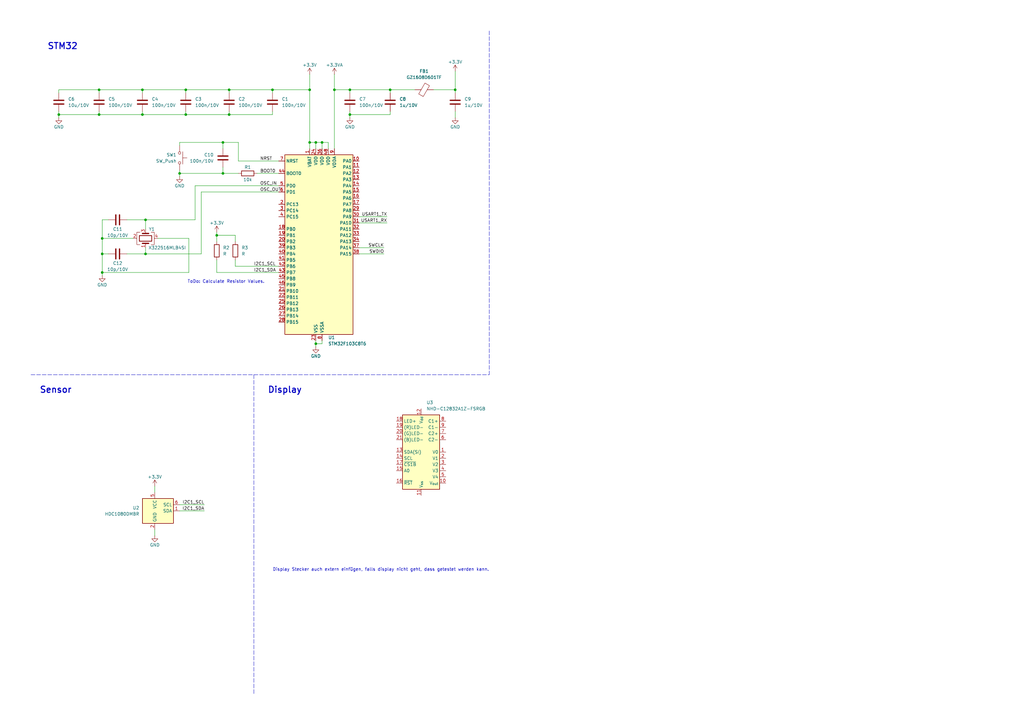
<source format=kicad_sch>
(kicad_sch (version 20231120) (generator "eeschema") (generator_version "8.0")
  (paper "A3")
  (lib_symbols
    (symbol "Device:C" (pin_numbers hide) (pin_names (offset 0.254))
      (property "Reference" "C" (at 0.635 2.54 0))
      (property "Value" "C" (at 0.635 -2.54 0))
      (symbol "C_0_1"
        (polyline (pts (xy -2.032 -0.762) (xy 2.032 -0.762)) (stroke (width 0.508)))
        (polyline (pts (xy -2.032 0.762) (xy 2.032 0.762)) (stroke (width 0.508)))
      )
      (symbol "C_1_1"
        (pin passive line (at 0 3.81 270) (length 2.794) (name "~") (number "1"))
        (pin passive line (at 0 -3.81 90) (length 2.794) (name "~") (number "2"))
      )
    )
    (symbol "Device:Crystal_GND24" (pin_names (offset 1.016) hide)
      (property "Reference" "Y" (at 3.175 5.08 0))
      (property "Value" "Crystal_GND24" (at 3.175 3.175 0))
      (symbol "Crystal_GND24_0_1"
        (rectangle (start -1.143 2.54) (end 1.143 -2.54) (stroke (width 0.3048)))
        (polyline (pts (xy -2.54 0) (xy -2.032 0)))
        (polyline (pts (xy -2.032 -1.27) (xy -2.032 1.27)) (stroke (width 0.508)))
        (polyline (pts (xy 0 -3.81) (xy 0 -3.556)))
        (polyline (pts (xy 0 3.556) (xy 0 3.81)))
        (polyline (pts (xy 2.032 -1.27) (xy 2.032 1.27)) (stroke (width 0.508)))
        (polyline (pts (xy 2.032 0) (xy 2.54 0)))
        (polyline (pts (xy -2.54 -2.286) (xy -2.54 -3.556) (xy 2.54 -3.556) (xy 2.54 -2.286)))
        (polyline (pts (xy -2.54 2.286) (xy -2.54 3.556) (xy 2.54 3.556) (xy 2.54 2.286)))
      )
      (symbol "Crystal_GND24_1_1"
        (pin passive line (at -3.81 0 0) (length 1.27) (name "1") (number "1"))
        (pin passive line (at 0 5.08 270) (length 1.27) (name "2") (number "2"))
        (pin passive line (at 3.81 0 180) (length 1.27) (name "3") (number "3"))
        (pin passive line (at 0 -5.08 90) (length 1.27) (name "4") (number "4"))
      )
    )
    (symbol "Device:FerriteBead" (pin_numbers hide) (pin_names (offset 0))
      (property "Reference" "FB" (at -3.81 0.635 90))
      (property "Value" "FerriteBead" (at 3.81 0 90))
      (symbol "FerriteBead_0_1"
        (polyline (pts (xy 0 -1.27) (xy 0 -1.2192)))
        (polyline (pts (xy 0 1.27) (xy 0 1.2954)))
        (polyline (pts (xy -2.7686 0.4064) (xy -1.7018 2.2606) (xy 2.7686 -0.3048) (xy 1.6764 -2.159) (xy -2.7686 0.4064)))
      )
      (symbol "FerriteBead_1_1"
        (pin passive line (at 0 3.81 270) (length 2.54) (name "~") (number "1"))
        (pin passive line (at 0 -3.81 90) (length 2.54) (name "~") (number "2"))
      )
    )
    (symbol "Device:R" (pin_numbers hide) (pin_names (offset 0))
      (property "Reference" "R" (at 2.032 0 90))
      (property "Value" "R" (at 0 0 90))
      (symbol "R_0_1"
        (rectangle (start -1.016 -2.54) (end 1.016 2.54) (stroke (width 0.254)))
      )
      (symbol "R_1_1"
        (pin passive line (at 0 3.81 270) (length 1.27) (name "~") (number "1"))
        (pin passive line (at 0 -3.81 90) (length 1.27) (name "~") (number "2"))
      )
    )
    (symbol "Display_Graphic:NHD-C12832A1Z-FSRGB"
      (property "Reference" "U" (at -7.62 15.875 0))
      (property "Value" "NHD-C12832A1Z-FSRGB" (at 2.54 -16.51 0))
      (symbol "NHD-C12832A1Z-FSRGB_0_1"
        (rectangle (start -7.62 15.24) (end 7.62 -15.24) (stroke (width 0.254)) (fill (type background)))
      )
      (symbol "NHD-C12832A1Z-FSRGB_1_1"
        (pin passive line (at 10.16 0 180) (length 2.54) (name "V0") (number "1"))
        (pin passive line (at 10.16 -12.7 180) (length 2.54) (name "V_{out}") (number "10"))
        (pin power_in line (at 0 -17.78 90) (length 2.54) (name "V_{ss}") (number "11"))
        (pin power_in line (at 0 17.78 270) (length 2.54) (name "V_{dd}") (number "12"))
        (pin input line (at -10.16 0 0) (length 2.54) (name "SDA(SI)") (number "13"))
        (pin input line (at -10.16 -2.54 0) (length 2.54) (name "SCL") (number "14"))
        (pin input line (at -10.16 -7.62 0) (length 2.54) (name "A0") (number "15"))
        (pin input line (at -10.16 -12.7 0) (length 2.54) (name "~{RST}") (number "16"))
        (pin input line (at -10.16 -5.08 0) (length 2.54) (name "~{CS1B}") (number "17"))
        (pin passive line (at -10.16 12.7 0) (length 2.54) (name "LED+") (number "18"))
        (pin passive line (at -10.16 10.16 0) (length 2.54) (name "(R)LED-") (number "19"))
        (pin passive line (at 10.16 -2.54 180) (length 2.54) (name "V1") (number "2"))
        (pin passive line (at -10.16 7.62 0) (length 2.54) (name "(G)LED-") (number "20"))
        (pin passive line (at -10.16 5.08 0) (length 2.54) (name "(B)LED-") (number "21"))
        (pin passive line (at 10.16 -5.08 180) (length 2.54) (name "V2") (number "3"))
        (pin passive line (at 10.16 -7.62 180) (length 2.54) (name "V3") (number "4"))
        (pin passive line (at 10.16 -10.16 180) (length 2.54) (name "V4") (number "5"))
        (pin passive line (at 10.16 5.08 180) (length 2.54) (name "C2-") (number "6"))
        (pin passive line (at 10.16 7.62 180) (length 2.54) (name "C2+") (number "7"))
        (pin passive line (at 10.16 12.7 180) (length 2.54) (name "C1+") (number "8"))
        (pin passive line (at 10.16 10.16 180) (length 2.54) (name "C1-") (number "9"))
      )
    )
    (symbol "MCU_ST_STM32F1:STM32F103C8Tx"
      (property "Reference" "U" (at -12.7 39.37 0))
      (property "Value" "STM32F103C8Tx" (at 10.16 39.37 0))
      (symbol "STM32F103C8Tx_0_1"
        (rectangle (start -12.7 -35.56) (end 15.24 38.1) (stroke (width 0.254)) (fill (type background)))
      )
      (symbol "STM32F103C8Tx_1_1"
        (pin power_in line (at -2.54 40.64 270) (length 2.54) (name "VBAT") (number "1"))
        (pin bidirectional line (at 17.78 35.56 180) (length 2.54) (name "PA0") (number "10"))
        (pin bidirectional line (at 17.78 33.02 180) (length 2.54) (name "PA1") (number "11"))
        (pin bidirectional line (at 17.78 30.48 180) (length 2.54) (name "PA2") (number "12"))
        (pin bidirectional line (at 17.78 27.94 180) (length 2.54) (name "PA3") (number "13"))
        (pin bidirectional line (at 17.78 25.4 180) (length 2.54) (name "PA4") (number "14"))
        (pin bidirectional line (at 17.78 22.86 180) (length 2.54) (name "PA5") (number "15"))
        (pin bidirectional line (at 17.78 20.32 180) (length 2.54) (name "PA6") (number "16"))
        (pin bidirectional line (at 17.78 17.78 180) (length 2.54) (name "PA7") (number "17"))
        (pin bidirectional line (at -15.24 7.62 0) (length 2.54) (name "PB0") (number "18"))
        (pin bidirectional line (at -15.24 5.08 0) (length 2.54) (name "PB1") (number "19"))
        (pin bidirectional line (at -15.24 17.78 0) (length 2.54) (name "PC13") (number "2"))
        (pin bidirectional line (at -15.24 2.54 0) (length 2.54) (name "PB2") (number "20"))
        (pin bidirectional line (at -15.24 -17.78 0) (length 2.54) (name "PB10") (number "21"))
        (pin bidirectional line (at -15.24 -20.32 0) (length 2.54) (name "PB11") (number "22"))
        (pin power_in line (at 0 -38.1 90) (length 2.54) (name "VSS") (number "23"))
        (pin power_in line (at 0 40.64 270) (length 2.54) (name "VDD") (number "24"))
        (pin bidirectional line (at -15.24 -22.86 0) (length 2.54) (name "PB12") (number "25"))
        (pin bidirectional line (at -15.24 -25.4 0) (length 2.54) (name "PB13") (number "26"))
        (pin bidirectional line (at -15.24 -27.94 0) (length 2.54) (name "PB14") (number "27"))
        (pin bidirectional line (at -15.24 -30.48 0) (length 2.54) (name "PB15") (number "28"))
        (pin bidirectional line (at 17.78 15.24 180) (length 2.54) (name "PA8") (number "29"))
        (pin bidirectional line (at -15.24 15.24 0) (length 2.54) (name "PC14") (number "3"))
        (pin bidirectional line (at 17.78 12.7 180) (length 2.54) (name "PA9") (number "30"))
        (pin bidirectional line (at 17.78 10.16 180) (length 2.54) (name "PA10") (number "31"))
        (pin bidirectional line (at 17.78 7.62 180) (length 2.54) (name "PA11") (number "32"))
        (pin bidirectional line (at 17.78 5.08 180) (length 2.54) (name "PA12") (number "33"))
        (pin bidirectional line (at 17.78 2.54 180) (length 2.54) (name "PA13") (number "34"))
        (pin passive line (at 0 -38.1 90) (length 2.54) hide (name "VSS") (number "35"))
        (pin power_in line (at 2.54 40.64 270) (length 2.54) (name "VDD") (number "36"))
        (pin bidirectional line (at 17.78 0 180) (length 2.54) (name "PA14") (number "37"))
        (pin bidirectional line (at 17.78 -2.54 180) (length 2.54) (name "PA15") (number "38"))
        (pin bidirectional line (at -15.24 0 0) (length 2.54) (name "PB3") (number "39"))
        (pin bidirectional line (at -15.24 12.7 0) (length 2.54) (name "PC15") (number "4"))
        (pin bidirectional line (at -15.24 -2.54 0) (length 2.54) (name "PB4") (number "40"))
        (pin bidirectional line (at -15.24 -5.08 0) (length 2.54) (name "PB5") (number "41"))
        (pin bidirectional line (at -15.24 -7.62 0) (length 2.54) (name "PB6") (number "42"))
        (pin bidirectional line (at -15.24 -10.16 0) (length 2.54) (name "PB7") (number "43"))
        (pin input line (at -15.24 30.48 0) (length 2.54) (name "BOOT0") (number "44"))
        (pin bidirectional line (at -15.24 -12.7 0) (length 2.54) (name "PB8") (number "45"))
        (pin bidirectional line (at -15.24 -15.24 0) (length 2.54) (name "PB9") (number "46"))
        (pin passive line (at 0 -38.1 90) (length 2.54) hide (name "VSS") (number "47"))
        (pin power_in line (at 5.08 40.64 270) (length 2.54) (name "VDD") (number "48"))
        (pin bidirectional line (at -15.24 25.4 0) (length 2.54) (name "PD0") (number "5"))
        (pin bidirectional line (at -15.24 22.86 0) (length 2.54) (name "PD1") (number "6"))
        (pin input line (at -15.24 35.56 0) (length 2.54) (name "NRST") (number "7"))
        (pin power_in line (at 2.54 -38.1 90) (length 2.54) (name "VSSA") (number "8"))
        (pin power_in line (at 7.62 40.64 270) (length 2.54) (name "VDDA") (number "9"))
      )
    )
    (symbol "Sensor_Humidity:HDC1080"
      (property "Reference" "U" (at -6.35 6.35 0))
      (property "Value" "HDC1080" (at 3.81 6.35 0))
      (symbol "HDC1080_0_1"
        (rectangle (start -7.62 5.08) (end 5.08 -5.08) (stroke (width 0.254)) (fill (type background)))
      )
      (symbol "HDC1080_1_1"
        (pin bidirectional line (at 7.62 0 180) (length 2.54) (name "SDA") (number "1"))
        (pin power_in line (at -2.54 -7.62 90) (length 2.54) (name "GND") (number "2"))
        (pin no_connect line (at -7.62 0 0) (length 2.54) hide (name "NC") (number "3"))
        (pin no_connect line (at -7.62 -2.54 0) (length 2.54) hide (name "NC") (number "4"))
        (pin power_in line (at -2.54 7.62 270) (length 2.54) (name "VCC") (number "5"))
        (pin input line (at 7.62 2.54 180) (length 2.54) (name "SCL") (number "6"))
        (pin no_connect line (at -7.62 2.54 0) (length 2.54) hide (name "DAP") (number "7"))
      )
    )
    (symbol "Switch:SW_Push" (pin_numbers hide) (pin_names (offset 1.016) hide)
      (property "Reference" "SW" (at 1.27 2.54 0))
      (property "Value" "SW_Push" (at 0 -1.524 0))
      (symbol "SW_Push_0_1"
        (circle (center -2.032 0) (radius 0.508))
        (polyline (pts (xy 0 1.27) (xy 0 3.048)))
        (polyline (pts (xy 2.54 1.27) (xy -2.54 1.27)))
        (circle (center 2.032 0) (radius 0.508))
        (pin passive line (at -5.08 0 0) (length 2.54) (name "1") (number "1"))
        (pin passive line (at 5.08 0 180) (length 2.54) (name "2") (number "2"))
      )
    )
    (symbol "power:+3.3V" (power) (pin_numbers hide) (pin_names (offset 0) hide)
      (property "Value" "+3.3V" (at 0 3.556 0))
      (symbol "+3.3V_0_1"
        (polyline (pts (xy -0.762 1.27) (xy 0 2.54)))
        (polyline (pts (xy 0 0) (xy 0 2.54)))
        (polyline (pts (xy 0 2.54) (xy 0.762 1.27)))
      )
      (symbol "+3.3V_1_1"
        (pin power_in line (at 0 0 90) (length 0) (name "~") (number "1"))
      )
    )
    (symbol "power:+3.3VA" (power) (pin_numbers hide) (pin_names (offset 0) hide)
      (property "Value" "+3.3VA" (at 0 3.556 0))
      (symbol "+3.3VA_0_1"
        (polyline (pts (xy -0.762 1.27) (xy 0 2.54)))
        (polyline (pts (xy 0 0) (xy 0 2.54)))
        (polyline (pts (xy 0 2.54) (xy 0.762 1.27)))
      )
      (symbol "+3.3VA_1_1"
        (pin power_in line (at 0 0 90) (length 0) (name "~") (number "1"))
      )
    )
    (symbol "power:GND" (power) (pin_numbers hide) (pin_names (offset 0) hide)
      (property "Value" "GND" (at 0 -3.81 0))
      (symbol "GND_0_1"
        (polyline (pts (xy 0 0) (xy 0 -1.27) (xy 1.27 -1.27) (xy 0 -2.54) (xy -1.27 -1.27) (xy 0 -1.27)))
      )
      (symbol "GND_1_1"
        (pin power_in line (at 0 0 270) (length 0) (name "~") (number "1"))
      )
    )
  )
  (junction (at 41.91 111.76))
  (junction (at 59.69 90.17))
  (junction (at 186.69 36.83))
  (junction (at 111.76 36.83))
  (junction (at 58.42 36.83))
  (junction (at 160.02 36.83))
  (junction (at 93.98 36.83))
  (junction (at 41.91 97.79))
  (junction (at 76.2 36.83))
  (junction (at 137.16 36.83))
  (junction (at 132.08 58.42))
  (junction (at 40.64 46.99))
  (junction (at 76.2 46.99))
  (junction (at 127 58.42))
  (junction (at 129.54 58.42))
  (junction (at 143.51 46.99))
  (junction (at 129.54 140.97))
  (junction (at 143.51 36.83))
  (junction (at 40.64 36.83))
  (junction (at 73.66 71.12))
  (junction (at 24.13 46.99))
  (junction (at 91.44 71.12))
  (junction (at 59.69 104.14))
  (junction (at 91.44 58.42))
  (junction (at 127 36.83))
  (junction (at 41.91 104.14))
  (junction (at 88.9 96.52))
  (junction (at 58.42 46.99))
  (junction (at 93.98 46.99))
  (wire (pts (xy 91.44 71.12) (xy 91.44 68.58)))
  (wire (pts (xy 44.45 90.17) (xy 41.91 90.17)))
  (polyline (pts (xy 12.7 153.67) (xy 200.66 153.67)) (stroke (width 0) (type dash)))
  (wire (pts (xy 76.2 36.83) (xy 76.2 38.1)))
  (wire (pts (xy 82.55 104.14) (xy 82.55 78.74)))
  (wire (pts (xy 88.9 111.76) (xy 114.3 111.76)))
  (wire (pts (xy 96.52 106.68) (xy 96.52 109.22)))
  (wire (pts (xy 73.66 207.01) (xy 83.82 207.01)))
  (wire (pts (xy 73.66 58.42) (xy 91.44 58.42)))
  (wire (pts (xy 52.07 90.17) (xy 59.69 90.17)))
  (wire (pts (xy 76.2 36.83) (xy 93.98 36.83)))
  (wire (pts (xy 97.79 66.04) (xy 114.3 66.04)))
  (wire (pts (xy 137.16 36.83) (xy 137.16 60.96)))
  (wire (pts (xy 137.16 30.48) (xy 137.16 36.83)))
  (wire (pts (xy 88.9 95.25) (xy 88.9 96.52)))
  (wire (pts (xy 58.42 46.99) (xy 76.2 46.99)))
  (wire (pts (xy 73.66 58.42) (xy 73.66 59.69)))
  (wire (pts (xy 147.32 91.44) (xy 158.75 91.44)))
  (wire (pts (xy 58.42 36.83) (xy 58.42 38.1)))
  (wire (pts (xy 105.41 71.12) (xy 114.3 71.12)))
  (wire (pts (xy 73.66 71.12) (xy 91.44 71.12)))
  (wire (pts (xy 88.9 96.52) (xy 96.52 96.52)))
  (wire (pts (xy 40.64 36.83) (xy 58.42 36.83)))
  (wire (pts (xy 160.02 46.99) (xy 160.02 45.72)))
  (wire (pts (xy 96.52 109.22) (xy 114.3 109.22)))
  (wire (pts (xy 127 58.42) (xy 127 60.96)))
  (wire (pts (xy 93.98 36.83) (xy 111.76 36.83)))
  (wire (pts (xy 24.13 45.72) (xy 24.13 46.99)))
  (wire (pts (xy 127 58.42) (xy 129.54 58.42)))
  (wire (pts (xy 63.5 199.39) (xy 63.5 201.93)))
  (wire (pts (xy 80.01 76.2) (xy 114.3 76.2)))
  (wire (pts (xy 88.9 106.68) (xy 88.9 111.76)))
  (wire (pts (xy 41.91 90.17) (xy 41.91 97.79)))
  (wire (pts (xy 129.54 58.42) (xy 129.54 60.96)))
  (wire (pts (xy 111.76 46.99) (xy 111.76 45.72)))
  (wire (pts (xy 96.52 96.52) (xy 96.52 99.06)))
  (wire (pts (xy 129.54 58.42) (xy 132.08 58.42)))
  (wire (pts (xy 41.91 111.76) (xy 77.47 111.76)))
  (wire (pts (xy 24.13 46.99) (xy 24.13 48.26)))
  (wire (pts (xy 147.32 101.6) (xy 157.48 101.6)))
  (wire (pts (xy 143.51 36.83) (xy 160.02 36.83)))
  (wire (pts (xy 97.79 58.42) (xy 97.79 66.04)))
  (polyline (pts (xy 104.14 284.48) (xy 104.14 217.17)) (stroke (width 0) (type dash)))
  (wire (pts (xy 41.91 111.76) (xy 41.91 113.03)))
  (wire (pts (xy 93.98 46.99) (xy 111.76 46.99)))
  (wire (pts (xy 44.45 104.14) (xy 41.91 104.14)))
  (wire (pts (xy 143.51 46.99) (xy 160.02 46.99)))
  (wire (pts (xy 41.91 97.79) (xy 54.61 97.79)))
  (wire (pts (xy 186.69 29.21) (xy 186.69 36.83)))
  (wire (pts (xy 24.13 38.1) (xy 24.13 36.83)))
  (wire (pts (xy 111.76 36.83) (xy 127 36.83)))
  (wire (pts (xy 40.64 46.99) (xy 58.42 46.99)))
  (wire (pts (xy 91.44 58.42) (xy 91.44 60.96)))
  (wire (pts (xy 59.69 104.14) (xy 52.07 104.14)))
  (wire (pts (xy 24.13 36.83) (xy 40.64 36.83)))
  (wire (pts (xy 93.98 36.83) (xy 93.98 38.1)))
  (wire (pts (xy 143.51 36.83) (xy 137.16 36.83)))
  (wire (pts (xy 77.47 111.76) (xy 77.47 97.79)))
  (wire (pts (xy 186.69 45.72) (xy 186.69 48.26)))
  (wire (pts (xy 129.54 140.97) (xy 132.08 140.97)))
  (wire (pts (xy 132.08 140.97) (xy 132.08 139.7)))
  (wire (pts (xy 73.66 209.55) (xy 83.82 209.55)))
  (wire (pts (xy 88.9 96.52) (xy 88.9 99.06)))
  (wire (pts (xy 76.2 46.99) (xy 93.98 46.99)))
  (wire (pts (xy 91.44 58.42) (xy 97.79 58.42)))
  (wire (pts (xy 143.51 45.72) (xy 143.51 46.99)))
  (wire (pts (xy 59.69 104.14) (xy 82.55 104.14)))
  (wire (pts (xy 24.13 46.99) (xy 40.64 46.99)))
  (wire (pts (xy 40.64 46.99) (xy 40.64 45.72)))
  (wire (pts (xy 76.2 46.99) (xy 76.2 45.72)))
  (wire (pts (xy 147.32 88.9) (xy 158.75 88.9)))
  (wire (pts (xy 73.66 71.12) (xy 73.66 72.39)))
  (wire (pts (xy 160.02 36.83) (xy 160.02 38.1)))
  (wire (pts (xy 186.69 36.83) (xy 186.69 38.1)))
  (wire (pts (xy 73.66 71.12) (xy 73.66 69.85)))
  (wire (pts (xy 58.42 36.83) (xy 76.2 36.83)))
  (wire (pts (xy 129.54 139.7) (xy 129.54 140.97)))
  (wire (pts (xy 129.54 140.97) (xy 129.54 142.24)))
  (wire (pts (xy 134.62 60.96) (xy 134.62 58.42)))
  (wire (pts (xy 111.76 36.83) (xy 111.76 38.1)))
  (wire (pts (xy 82.55 78.74) (xy 114.3 78.74)))
  (wire (pts (xy 63.5 217.17) (xy 63.5 219.71)))
  (wire (pts (xy 93.98 46.99) (xy 93.98 45.72)))
  (wire (pts (xy 77.47 97.79) (xy 64.77 97.79)))
  (wire (pts (xy 40.64 36.83) (xy 40.64 38.1)))
  (wire (pts (xy 160.02 36.83) (xy 170.18 36.83)))
  (wire (pts (xy 127 36.83) (xy 127 58.42)))
  (wire (pts (xy 59.69 90.17) (xy 59.69 93.98)))
  (wire (pts (xy 59.69 101.6) (xy 59.69 104.14)))
  (wire (pts (xy 59.69 90.17) (xy 80.01 90.17)))
  (wire (pts (xy 80.01 90.17) (xy 80.01 76.2)))
  (wire (pts (xy 134.62 58.42) (xy 132.08 58.42)))
  (wire (pts (xy 41.91 104.14) (xy 41.91 111.76)))
  (wire (pts (xy 58.42 46.99) (xy 58.42 45.72)))
  (wire (pts (xy 91.44 71.12) (xy 97.79 71.12)))
  (wire (pts (xy 132.08 58.42) (xy 132.08 60.96)))
  (wire (pts (xy 143.51 36.83) (xy 143.51 38.1)))
  (polyline (pts (xy 104.14 153.67) (xy 104.14 217.17)) (stroke (width 0) (type dash)))
  (wire (pts (xy 41.91 97.79) (xy 41.91 104.14)))
  (wire (pts (xy 127 30.48) (xy 127 36.83)))
  (wire (pts (xy 147.32 104.14) (xy 157.48 104.14)))
  (polyline (pts (xy 200.66 12.7) (xy 200.66 153.67)) (stroke (width 0) (type dash)))
  (wire (pts (xy 143.51 46.99) (xy 143.51 48.26)))
  (wire (pts (xy 186.69 36.83) (xy 177.8 36.83)))
  (text "ToDo: Calculate Resistor Values." (at 92.71 115.57 0) (effects (font (size 1.27 1.27))))
  (text "STM32 " (at 26.67 19.05 0) (effects (font (size 2.54 2.54) (thickness 0.4064) (bold yes))))
  (text "Display Stecker auch extern einfügen, falls display nicht geht, dass getestet werden kann." (at 156.21 233.68 0) (effects (font (size 1.27 1.27))))
  (text "Sensor" (at 22.86 160.02 0) (effects (font (size 2.54 2.54) (thickness 0.4064) (bold yes))))
  (text "Display" (at 116.84 160.02 0) (effects (font (size 2.54 2.54) (thickness 0.4064) (bold yes))))
  (label "OSC_IN" (at 106.68 76.2 0))
  (label "OSC_OUT" (at 106.68 78.74 0))
  (label "USART1_RX" (at 158.75 91.44 180))
  (label "I2C1_SCL" (at 104.14 109.22 0))
  (label "SWCLK" (at 157.48 101.6 180))
  (label "NRST" (at 106.68 66.04 0))
  (label "I2C1_SDA" (at 83.82 209.55 180))
  (label "I2C1_SCL" (at 83.82 207.01 180))
  (label "USART1_TX" (at 158.75 88.9 180))
  (label "SWDIO" (at 157.48 104.14 180))
  (label "BOOT0" (at 106.68 71.12 0))
  (label "I2C1_SDA" (at 104.14 111.76 0))
  (symbol (lib_id "power:GND") (at 129.54 142.24 0) (unit 1)
    (property "Reference" "#PWR01" (effects (hide yes)))
    (property "Value" "GND" (at 129.54 146.05 0))
    (property "Description" "Power symbol creates a global label with name \"GND\" , ground" (effects (hide yes)))
  )
  (symbol (lib_id "Switch:SW_Push") (at 73.66 64.77 270) (unit 1)
    (property "Reference" "SW1" (at 72.39 63.4999 90) (effects (justify right)))
    (property "Value" "SW_Push" (at 72.39 66.0399 90) (effects (justify right)))
    (property "Description" "Push button switch, generic, two pins" (effects (hide yes)))
  )
  (symbol (lib_id "Device:C") (at 40.64 41.91 0) (unit 1)
    (property "Reference" "C5" (at 44.45 40.6399 0) (effects (justify left)))
    (property "Value" "100n/10V" (at 44.45 43.1799 0) (effects (justify left)))
    (property "Description" "Unpolarized capacitor" (effects (hide yes)))
  )
  (symbol (lib_id "Device:R") (at 88.9 102.87 0) (unit 1)
    (property "Reference" "R2" (at 91.44 101.5999 0) (effects (justify left)))
    (property "Value" "R" (at 91.44 104.1399 0) (effects (justify left)))
    (property "Description" "Resistor" (effects (hide yes)))
  )
  (symbol (lib_id "Device:C") (at 143.51 41.91 0) (unit 1)
    (property "Reference" "C7" (at 147.32 40.6399 0) (effects (justify left)))
    (property "Value" "100n/10V" (at 147.32 43.1799 0) (effects (justify left)))
    (property "Description" "Unpolarized capacitor" (effects (hide yes)))
  )
  (symbol (lib_id "MCU_ST_STM32F1:STM32F103C8Tx") (at 129.54 101.6 0) (unit 1)
    (property "Reference" "U1" (at 134.62 138.43 0) (effects (justify left)))
    (property "Value" "STM32F103C8T6" (at 134.62 140.97 0) (effects (justify left)))
    (property "Footprint" "Package_QFP:LQFP-48_7x7mm_P0.5mm" (effects (hide yes)))
    (property "Datasheet" "https://www.st.com/resource/en/datasheet/stm32f103c8.pdf" (effects (hide yes)))
    (property "Description" "STMicroelectronics Arm Cortex-M3 MCU, 64KB flash, 20KB RAM, 72 MHz, 2.0-3.6V, 37 GPIO, LQFP48" (effects (hide yes)))
  )
  (symbol (lib_id "Device:C") (at 76.2 41.91 0) (unit 1)
    (property "Reference" "C3" (at 80.01 40.6399 0) (effects (justify left)))
    (property "Value" "100n/10V" (at 80.01 43.1799 0) (effects (justify left)))
    (property "Description" "Unpolarized capacitor" (effects (hide yes)))
  )
  (symbol (lib_id "power:GND") (at 186.69 48.26 0) (unit 1)
    (property "Reference" "#PWR07" (effects (hide yes)))
    (property "Value" "GND" (at 186.69 52.07 0))
    (property "Description" "Power symbol creates a global label with name \"GND\" , ground" (effects (hide yes)))
  )
  (symbol (lib_id "power:+3.3VA") (at 137.16 30.48 0) (unit 1)
    (property "Reference" "#PWR04" (effects (hide yes)))
    (property "Value" "+3.3VA" (at 137.16 26.67 0))
    (property "Description" "Power symbol creates a global label with name \"+3.3VA\"" (effects (hide yes)))
  )
  (symbol (lib_id "Display_Graphic:NHD-C12832A1Z-FSRGB") (at 172.72 185.42 0) (unit 1)
    (property "Reference" "U3" (at 174.9141 165.1 0) (effects (justify left)))
    (property "Value" "NHD-C12832A1Z-FSRGB" (at 174.9141 167.64 0) (effects (justify left)))
    (property "Footprint" "Display:HY1602E" (effects (hide yes)))
    (property "Datasheet" "https://www.newhavendisplay.com/specs/NHD-C12832A1Z-FSRGB-FBW-3V.pdf" (effects (hide yes)))
    (property "Description" "128x32 graphical LCD module with common anode RGB backlight, 1/33 duty, 3.3V" (effects (hide yes)))
  )
  (symbol (lib_id "Sensor_Humidity:HDC1080") (at 66.04 209.55 0) (unit 1)
    (property "Reference" "U2" (at 57.15 208.2799 0) (effects (justify right)))
    (property "Value" "HDC1080DMBR" (at 57.15 210.8199 0) (effects (justify right)))
    (property "Footprint" "Package_SON:Texas_PWSON-N6" (effects (hide yes)))
    (property "Datasheet" "http://www.ti.com/lit/ds/symlink/hdc1080.pdf" (effects (hide yes)))
    (property "Description" "Low Power,High Accuracy Digital Humidity Sensor with Temperature Sensor" (effects (hide yes)))
  )
  (symbol (lib_id "Device:C") (at 91.44 64.77 0) (mirror x) (unit 1)
    (property "Reference" "C10" (at 87.63 63.4999 0) (effects (justify right)))
    (property "Value" "100n/10V" (at 87.63 66.0399 0) (effects (justify right)))
    (property "Description" "Unpolarized capacitor" (effects (hide yes)))
  )
  (symbol (lib_id "Device:R") (at 101.6 71.12 90) (unit 1)
    (property "Reference" "R1" (at 101.6 68.58 90))
    (property "Value" "10k" (at 101.6 73.66 90))
    (property "Description" "Resistor" (effects (hide yes)))
  )
  (symbol (lib_id "Device:C") (at 93.98 41.91 0) (unit 1)
    (property "Reference" "C2" (at 97.79 40.6399 0) (effects (justify left)))
    (property "Value" "100n/10V" (at 97.79 43.1799 0) (effects (justify left)))
    (property "Description" "Unpolarized capacitor" (effects (hide yes)))
  )
  (symbol (lib_id "Device:R") (at 96.52 102.87 0) (unit 1)
    (property "Reference" "R3" (at 99.06 101.5999 0) (effects (justify left)))
    (property "Value" "R" (at 99.06 104.1399 0) (effects (justify left)))
    (property "Description" "Resistor" (effects (hide yes)))
  )
  (symbol (lib_id "power:GND") (at 24.13 48.26 0) (unit 1)
    (property "Reference" "#PWR03" (effects (hide yes)))
    (property "Value" "GND" (at 24.13 52.07 0))
    (property "Description" "Power symbol creates a global label with name \"GND\" , ground" (effects (hide yes)))
  )
  (symbol (lib_id "power:GND") (at 63.5 219.71 0) (unit 1)
    (property "Reference" "#PWR012" (effects (hide yes)))
    (property "Value" "GND" (at 63.5 223.52 0))
    (property "Description" "Power symbol creates a global label with name \"GND\" , ground" (effects (hide yes)))
  )
  (symbol (lib_id "power:GND") (at 41.91 113.03 0) (unit 1)
    (property "Reference" "#PWR09" (effects (hide yes)))
    (property "Value" "GND" (at 41.91 116.84 0))
    (property "Description" "Power symbol creates a global label with name \"GND\" , ground" (effects (hide yes)))
  )
  (symbol (lib_id "Device:C") (at 160.02 41.91 0) (unit 1)
    (property "Reference" "C8" (at 163.83 40.6399 0) (effects (justify left)))
    (property "Value" "1u/10V" (at 163.83 43.1799 0) (effects (justify left)))
    (property "Description" "Unpolarized capacitor" (effects (hide yes)))
  )
  (symbol (lib_id "power:+3.3V") (at 88.9 95.25 0) (unit 1)
    (property "Reference" "#PWR010" (effects (hide yes)))
    (property "Value" "+3.3V" (at 88.9 91.44 0))
    (property "Description" "Power symbol creates a global label with name \"+3.3V\"" (effects (hide yes)))
  )
  (symbol (lib_id "Device:Crystal_GND24") (at 59.69 97.79 90) (unit 1)
    (property "Reference" "Y1" (at 62.23 93.98 90))
    (property "Value" "X322516MLB4SI" (at 68.58 101.6 90))
    (property "Description" "Four pin crystal, GND on pins 2 and 4" (effects (hide yes)))
  )
  (symbol (lib_id "Device:C") (at 48.26 104.14 90) (mirror x) (unit 1)
    (property "Reference" "C12" (at 48.26 107.95 90))
    (property "Value" "10p/10V" (at 48.26 110.49 90))
    (property "Description" "Unpolarized capacitor" (effects (hide yes)))
  )
  (symbol (lib_id "Device:C") (at 58.42 41.91 0) (unit 1)
    (property "Reference" "C4" (at 62.23 40.6399 0) (effects (justify left)))
    (property "Value" "100n/10V" (at 62.23 43.1799 0) (effects (justify left)))
    (property "Description" "Unpolarized capacitor" (effects (hide yes)))
  )
  (symbol (lib_id "Device:C") (at 111.76 41.91 0) (unit 1)
    (property "Reference" "C1" (at 115.57 40.6399 0) (effects (justify left)))
    (property "Value" "100n/10V" (at 115.57 43.1799 0) (effects (justify left)))
    (property "Description" "Unpolarized capacitor" (effects (hide yes)))
  )
  (symbol (lib_id "power:+3.3V") (at 186.69 29.21 0) (unit 1)
    (property "Reference" "#PWR05" (effects (hide yes)))
    (property "Value" "+3.3V" (at 186.69 25.4 0))
    (property "Description" "Power symbol creates a global label with name \"+3.3V\"" (effects (hide yes)))
  )
  (symbol (lib_id "power:+3.3V") (at 127 30.48 0) (unit 1)
    (property "Reference" "#PWR02" (effects (hide yes)))
    (property "Value" "+3.3V" (at 127 26.67 0))
    (property "Description" "Power symbol creates a global label with name \"+3.3V\"" (effects (hide yes)))
  )
  (symbol (lib_id "power:GND") (at 143.51 48.26 0) (unit 1)
    (property "Reference" "#PWR06" (effects (hide yes)))
    (property "Value" "GND" (at 143.51 52.07 0))
    (property "Description" "Power symbol creates a global label with name \"GND\" , ground" (effects (hide yes)))
  )
  (symbol (lib_id "Device:C") (at 24.13 41.91 0) (unit 1)
    (property "Reference" "C6" (at 27.94 40.6399 0) (effects (justify left)))
    (property "Value" "10u/10V" (at 27.94 43.1799 0) (effects (justify left)))
    (property "Description" "Unpolarized capacitor" (effects (hide yes)))
  )
  (symbol (lib_id "Device:FerriteBead") (at 173.99 36.83 90) (unit 1)
    (property "Reference" "FB1" (at 173.9392 29.21 90))
    (property "Value" "GZ1608D601TF" (at 173.9392 31.75 90))
    (property "Datasheet" "https://wmsc.lcsc.com/wmsc/upload/file/pdf/v2/lcsc/2310301640_Sunlord-GZ1608D601TF_C1002.pdf" (effects (hide yes)))
    (property "Description" "Ferrite bead" (effects (hide yes)))
  )
  (symbol (lib_id "Device:C") (at 48.26 90.17 90) (mirror x) (unit 1)
    (property "Reference" "C11" (at 48.26 93.98 90))
    (property "Value" "10p/10V" (at 48.26 96.52 90))
    (property "Description" "Unpolarized capacitor" (effects (hide yes)))
  )
  (symbol (lib_id "power:GND") (at 73.66 72.39 0) (unit 1)
    (property "Reference" "#PWR08" (effects (hide yes)))
    (property "Value" "GND" (at 73.66 76.2 0))
    (property "Description" "Power symbol creates a global label with name \"GND\" , ground" (effects (hide yes)))
  )
  (symbol (lib_id "power:+3.3V") (at 63.5 199.39 0) (unit 1)
    (property "Reference" "#PWR011" (effects (hide yes)))
    (property "Value" "+3.3V" (at 63.5 195.58 0))
    (property "Description" "Power symbol creates a global label with name \"+3.3V\"" (effects (hide yes)))
  )
  (symbol (lib_id "Device:C") (at 186.69 41.91 0) (unit 1)
    (property "Reference" "C9" (at 190.5 40.6399 0) (effects (justify left)))
    (property "Value" "1u/10V" (at 190.5 43.1799 0) (effects (justify left)))
    (property "Description" "Unpolarized capacitor" (effects (hide yes)))
  )
)
</source>
